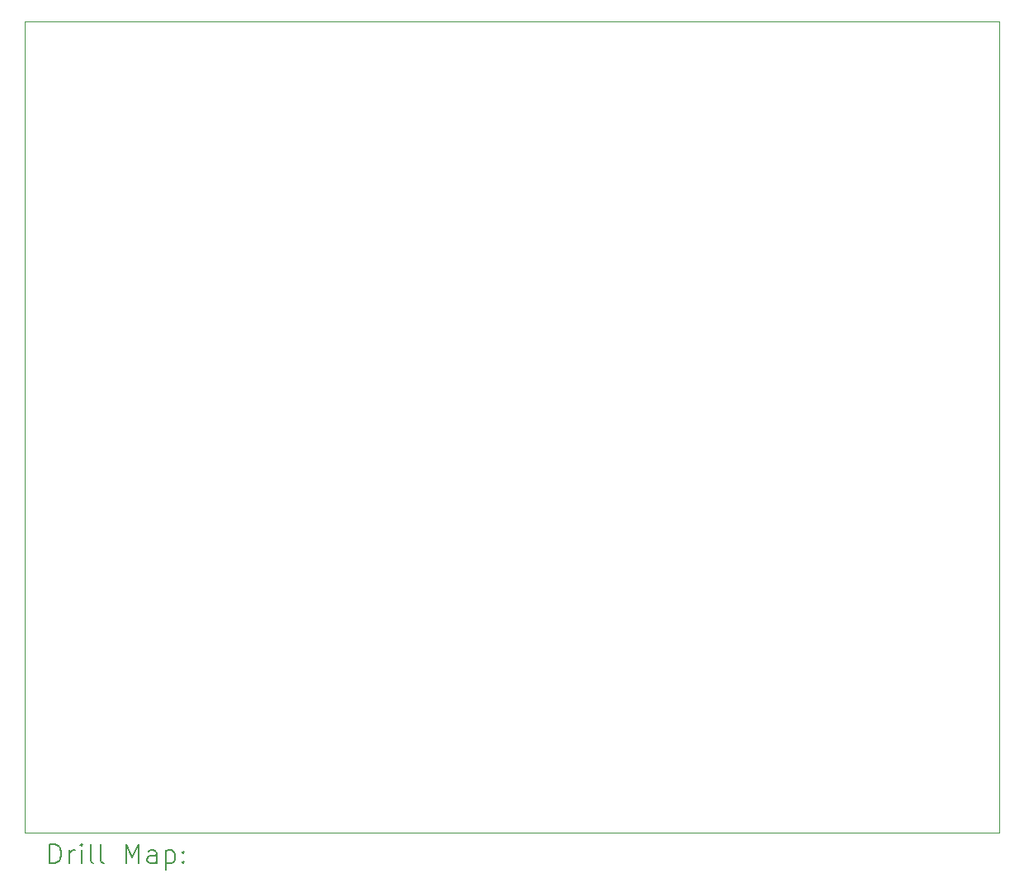
<source format=gbr>
%TF.GenerationSoftware,KiCad,Pcbnew,8.0.0*%
%TF.CreationDate,2024-09-14T19:03:35+02:00*%
%TF.ProjectId,led_stairs_controller,6c65645f-7374-4616-9972-735f636f6e74,V0.4*%
%TF.SameCoordinates,Original*%
%TF.FileFunction,Drillmap*%
%TF.FilePolarity,Positive*%
%FSLAX45Y45*%
G04 Gerber Fmt 4.5, Leading zero omitted, Abs format (unit mm)*
G04 Created by KiCad (PCBNEW 8.0.0) date 2024-09-14 19:03:35*
%MOMM*%
%LPD*%
G01*
G04 APERTURE LIST*
%ADD10C,0.120000*%
%ADD11C,0.200000*%
G04 APERTURE END LIST*
D10*
X10117500Y-5574500D02*
X10117500Y-13899500D01*
X10117500Y-13899500D02*
X20117500Y-13899500D01*
X20117500Y-5574500D02*
X10117500Y-5574500D01*
X20117500Y-13899500D02*
X20117500Y-5574500D01*
D11*
X10372277Y-14216984D02*
X10372277Y-14016984D01*
X10372277Y-14016984D02*
X10419896Y-14016984D01*
X10419896Y-14016984D02*
X10448467Y-14026508D01*
X10448467Y-14026508D02*
X10467515Y-14045555D01*
X10467515Y-14045555D02*
X10477039Y-14064603D01*
X10477039Y-14064603D02*
X10486563Y-14102698D01*
X10486563Y-14102698D02*
X10486563Y-14131269D01*
X10486563Y-14131269D02*
X10477039Y-14169365D01*
X10477039Y-14169365D02*
X10467515Y-14188412D01*
X10467515Y-14188412D02*
X10448467Y-14207460D01*
X10448467Y-14207460D02*
X10419896Y-14216984D01*
X10419896Y-14216984D02*
X10372277Y-14216984D01*
X10572277Y-14216984D02*
X10572277Y-14083650D01*
X10572277Y-14121746D02*
X10581801Y-14102698D01*
X10581801Y-14102698D02*
X10591324Y-14093174D01*
X10591324Y-14093174D02*
X10610372Y-14083650D01*
X10610372Y-14083650D02*
X10629420Y-14083650D01*
X10696086Y-14216984D02*
X10696086Y-14083650D01*
X10696086Y-14016984D02*
X10686563Y-14026508D01*
X10686563Y-14026508D02*
X10696086Y-14036031D01*
X10696086Y-14036031D02*
X10705610Y-14026508D01*
X10705610Y-14026508D02*
X10696086Y-14016984D01*
X10696086Y-14016984D02*
X10696086Y-14036031D01*
X10819896Y-14216984D02*
X10800848Y-14207460D01*
X10800848Y-14207460D02*
X10791324Y-14188412D01*
X10791324Y-14188412D02*
X10791324Y-14016984D01*
X10924658Y-14216984D02*
X10905610Y-14207460D01*
X10905610Y-14207460D02*
X10896086Y-14188412D01*
X10896086Y-14188412D02*
X10896086Y-14016984D01*
X11153229Y-14216984D02*
X11153229Y-14016984D01*
X11153229Y-14016984D02*
X11219896Y-14159841D01*
X11219896Y-14159841D02*
X11286562Y-14016984D01*
X11286562Y-14016984D02*
X11286562Y-14216984D01*
X11467515Y-14216984D02*
X11467515Y-14112222D01*
X11467515Y-14112222D02*
X11457991Y-14093174D01*
X11457991Y-14093174D02*
X11438943Y-14083650D01*
X11438943Y-14083650D02*
X11400848Y-14083650D01*
X11400848Y-14083650D02*
X11381801Y-14093174D01*
X11467515Y-14207460D02*
X11448467Y-14216984D01*
X11448467Y-14216984D02*
X11400848Y-14216984D01*
X11400848Y-14216984D02*
X11381801Y-14207460D01*
X11381801Y-14207460D02*
X11372277Y-14188412D01*
X11372277Y-14188412D02*
X11372277Y-14169365D01*
X11372277Y-14169365D02*
X11381801Y-14150317D01*
X11381801Y-14150317D02*
X11400848Y-14140793D01*
X11400848Y-14140793D02*
X11448467Y-14140793D01*
X11448467Y-14140793D02*
X11467515Y-14131269D01*
X11562753Y-14083650D02*
X11562753Y-14283650D01*
X11562753Y-14093174D02*
X11581801Y-14083650D01*
X11581801Y-14083650D02*
X11619896Y-14083650D01*
X11619896Y-14083650D02*
X11638943Y-14093174D01*
X11638943Y-14093174D02*
X11648467Y-14102698D01*
X11648467Y-14102698D02*
X11657991Y-14121746D01*
X11657991Y-14121746D02*
X11657991Y-14178888D01*
X11657991Y-14178888D02*
X11648467Y-14197936D01*
X11648467Y-14197936D02*
X11638943Y-14207460D01*
X11638943Y-14207460D02*
X11619896Y-14216984D01*
X11619896Y-14216984D02*
X11581801Y-14216984D01*
X11581801Y-14216984D02*
X11562753Y-14207460D01*
X11743705Y-14197936D02*
X11753229Y-14207460D01*
X11753229Y-14207460D02*
X11743705Y-14216984D01*
X11743705Y-14216984D02*
X11734182Y-14207460D01*
X11734182Y-14207460D02*
X11743705Y-14197936D01*
X11743705Y-14197936D02*
X11743705Y-14216984D01*
X11743705Y-14093174D02*
X11753229Y-14102698D01*
X11753229Y-14102698D02*
X11743705Y-14112222D01*
X11743705Y-14112222D02*
X11734182Y-14102698D01*
X11734182Y-14102698D02*
X11743705Y-14093174D01*
X11743705Y-14093174D02*
X11743705Y-14112222D01*
M02*

</source>
